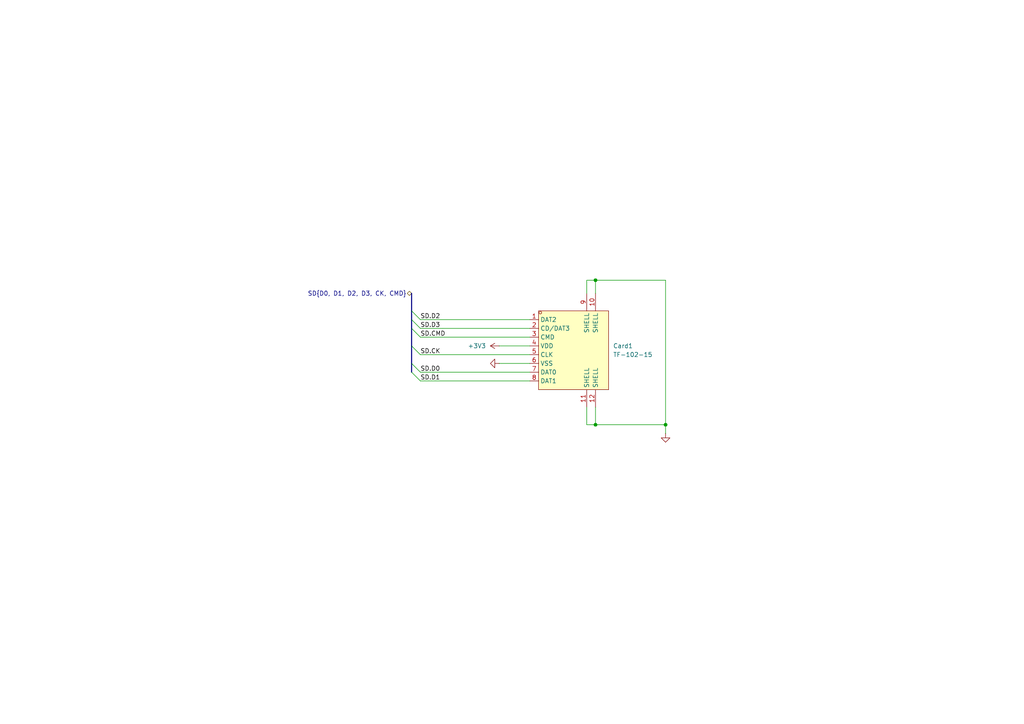
<source format=kicad_sch>
(kicad_sch (version 20250114) (generator "eeschema") (generator_version "9.0")
  (paper "A4")
  (lib_symbols
    (symbol "TF-SMD_TF-102-15:TF-102-15"
      (property "Reference" "Card" (at 0 21.59 0))
      (property "Value" "TF-102-15" (at 0 -21.59 0))
      (symbol "TF-102-15_0_1"
        (rectangle (start -8.89 11.43) (end 11.43 -11.43) (fill (type background)))
        (circle (center -8.38 10.92) (radius 0.38))
        (pin unspecified line (at -11.43 8.89 0) (length 2.54) (name "DAT2") (number "1"))
        (pin unspecified line (at -11.43 6.35 0) (length 2.54) (name "CD/DAT3") (number "2"))
        (pin unspecified line (at -11.43 3.81 0) (length 2.54) (name "CMD") (number "3"))
        (pin unspecified line (at -11.43 1.27 0) (length 2.54) (name "VDD") (number "4"))
        (pin unspecified line (at -11.43 -1.27 0) (length 2.54) (name "CLK") (number "5"))
        (pin unspecified line (at -11.43 -3.81 0) (length 2.54) (name "VSS") (number "6"))
        (pin unspecified line (at -11.43 -6.35 0) (length 2.54) (name "DAT0") (number "7"))
        (pin unspecified line (at -11.43 -8.89 0) (length 2.54) (name "DAT1") (number "8"))
        (pin unspecified line (at 5.08 16.51 270) (length 5.08) (name "SHELL") (number "9"))
        (pin unspecified line (at 5.08 -16.51 90) (length 5.08) (name "SHELL") (number "11"))
        (pin unspecified line (at 7.62 16.51 270) (length 5.08) (name "SHELL") (number "10"))
        (pin unspecified line (at 7.62 -16.51 90) (length 5.08) (name "SHELL") (number "12"))
      )
    )
    (symbol "power:+3V3" (power) (pin_numbers (hide yes)) (pin_names (offset 0) (hide yes))
      (property "Value" "+3V3" (at 0 3.556 0))
      (symbol "+3V3_0_1"
        (polyline (pts (xy -0.762 1.27) (xy 0 2.54)))
        (polyline (pts (xy 0 2.54) (xy 0.762 1.27)))
        (polyline (pts (xy 0 0) (xy 0 2.54)))
      )
      (symbol "+3V3_1_1"
        (pin power_in line (at 0 0 90) (length 0) (name "~") (number "1"))
      )
    )
    (symbol "power:GND" (power) (pin_numbers (hide yes)) (pin_names (offset 0) (hide yes))
      (property "Value" "GND" (at 0 -3.81 0))
      (symbol "GND_0_1"
        (polyline (pts (xy 0 0) (xy 0 -1.27) (xy 1.27 -1.27) (xy 0 -2.54) (xy -1.27 -1.27) (xy 0 -1.27)))
      )
      (symbol "GND_1_1"
        (pin power_in line (at 0 0 270) (length 0) (name "~") (number "1"))
      )
    )
  )
  (junction (at 172.72 123.19))
  (junction (at 193.04 123.19))
  (junction (at 172.72 81.28))
  (bus_entry (at 119.38 95.25) (size 2.54 2.54))
  (bus_entry (at 119.38 107.95) (size 2.54 2.54))
  (bus_entry (at 119.38 92.71) (size 2.54 2.54))
  (bus_entry (at 119.38 105.41) (size 2.54 2.54))
  (bus_entry (at 119.38 100.33) (size 2.54 2.54))
  (bus_entry (at 119.38 90.17) (size 2.54 2.54))
  (wire (pts (xy 170.18 85.09) (xy 170.18 81.28)))
  (wire (pts (xy 193.04 123.19) (xy 193.04 81.28)))
  (wire (pts (xy 121.92 102.87) (xy 153.67 102.87)))
  (wire (pts (xy 172.72 81.28) (xy 172.72 85.09)))
  (wire (pts (xy 121.92 92.71) (xy 153.67 92.71)))
  (wire (pts (xy 144.78 105.41) (xy 153.67 105.41)))
  (wire (pts (xy 121.92 97.79) (xy 153.67 97.79)))
  (wire (pts (xy 193.04 123.19) (xy 193.04 125.73)))
  (bus (pts (xy 119.38 90.17) (xy 119.38 92.71)))
  (wire (pts (xy 193.04 81.28) (xy 172.72 81.28)))
  (wire (pts (xy 172.72 123.19) (xy 193.04 123.19)))
  (bus (pts (xy 119.38 92.71) (xy 119.38 95.25)))
  (wire (pts (xy 144.78 100.33) (xy 153.67 100.33)))
  (wire (pts (xy 121.92 110.49) (xy 153.67 110.49)))
  (wire (pts (xy 121.92 107.95) (xy 153.67 107.95)))
  (bus (pts (xy 119.38 85.09) (xy 119.38 90.17)))
  (bus (pts (xy 119.38 100.33) (xy 119.38 105.41)))
  (wire (pts (xy 121.92 95.25) (xy 153.67 95.25)))
  (bus (pts (xy 119.38 105.41) (xy 119.38 107.95)))
  (wire (pts (xy 170.18 118.11) (xy 170.18 123.19)))
  (wire (pts (xy 170.18 123.19) (xy 172.72 123.19)))
  (wire (pts (xy 170.18 81.28) (xy 172.72 81.28)))
  (bus (pts (xy 119.38 95.25) (xy 119.38 100.33)))
  (wire (pts (xy 172.72 123.19) (xy 172.72 118.11)))
  (label "SD.CK" (at 121.92 102.87 0))
  (label "SD.D1" (at 121.92 110.49 0))
  (label "SD.D3" (at 121.92 95.25 0))
  (label "SD.CMD" (at 121.92 97.79 0))
  (label "SD.D0" (at 121.92 107.95 0))
  (label "SD.D2" (at 121.92 92.71 0))
  (hierarchical_label "SD{D0, D1, D2, D3, CK, CMD}" (shape bidirectional) (at 119.38 85.09 180))
  (symbol (lib_id "TF-SMD_TF-102-15:TF-102-15") (at 165.1 101.6 0) (unit 1)
    (property "Reference" "Card1" (at 177.8 100.3299 0) (effects (justify left)))
    (property "Value" "TF-102-15" (at 177.8 102.8699 0) (effects (justify left)))
    (property "Footprint" "TF-SMD_TF-102-15:TF-SMD_TF-102-15" (effects (hide yes)))
    (property "Datasheet" "https://lcsc.com/product-detail/Connector-Card-Sockets_XUNPU-TF-102-15_C266609.html" (effects (hide yes)))
    (property "LCSC Part" "C266609" (effects (hide yes)))
  )
  (symbol (lib_id "power:GND") (at 193.04 125.73 0) (unit 1)
    (property "Reference" "#PWR045" (effects (hide yes)))
    (property "Value" "GND" (effects (hide yes)))
    (property "Description" "Power symbol creates a global label with name \"GND\" , ground" (effects (hide yes)))
  )
  (symbol (lib_id "power:GND") (at 144.78 105.41 270) (unit 1)
    (property "Reference" "#PWR046" (effects (hide yes)))
    (property "Value" "GND" (effects (hide yes)))
    (property "Description" "Power symbol creates a global label with name \"GND\" , ground" (effects (hide yes)))
  )
  (symbol (lib_id "power:+3V3") (at 144.78 100.33 90) (unit 1)
    (property "Reference" "#PWR044" (effects (hide yes)))
    (property "Value" "+3V3" (at 140.97 100.3299 90) (effects (justify left)))
    (property "Description" "Power symbol creates a global label with name \"+3V3\"" (effects (hide yes)))
  )
)
</source>
